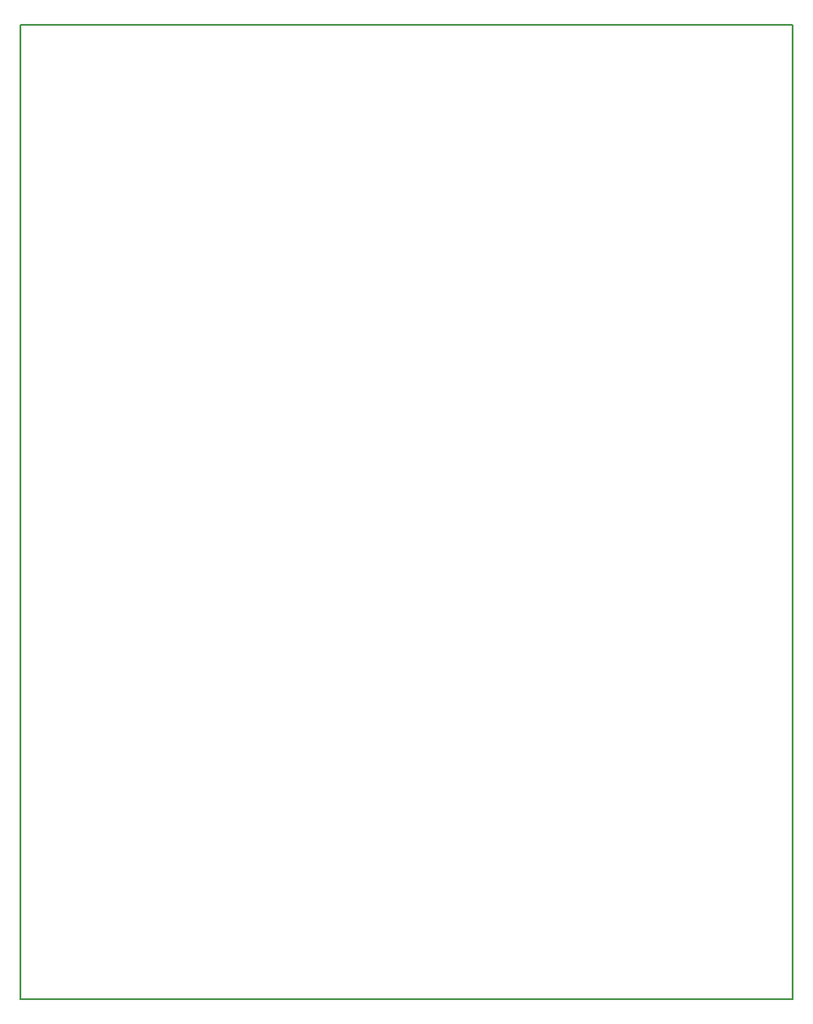
<source format=gbr>
G04 #@! TF.GenerationSoftware,KiCad,Pcbnew,(5.1.4)-1*
G04 #@! TF.CreationDate,2020-06-27T18:01:36-05:00*
G04 #@! TF.ProjectId,8266-dev,38323636-2d64-4657-962e-6b696361645f,rev?*
G04 #@! TF.SameCoordinates,Original*
G04 #@! TF.FileFunction,Profile,NP*
%FSLAX46Y46*%
G04 Gerber Fmt 4.6, Leading zero omitted, Abs format (unit mm)*
G04 Created by KiCad (PCBNEW (5.1.4)-1) date 2020-06-27 18:01:36*
%MOMM*%
%LPD*%
G04 APERTURE LIST*
%ADD10C,0.150000*%
G04 APERTURE END LIST*
D10*
X96900000Y-139700000D02*
X96900000Y-46800000D01*
X170700000Y-139700000D02*
X96900000Y-139700000D01*
X170700000Y-46800000D02*
X170700000Y-139700000D01*
X170700000Y-46800000D02*
X96900000Y-46800000D01*
M02*

</source>
